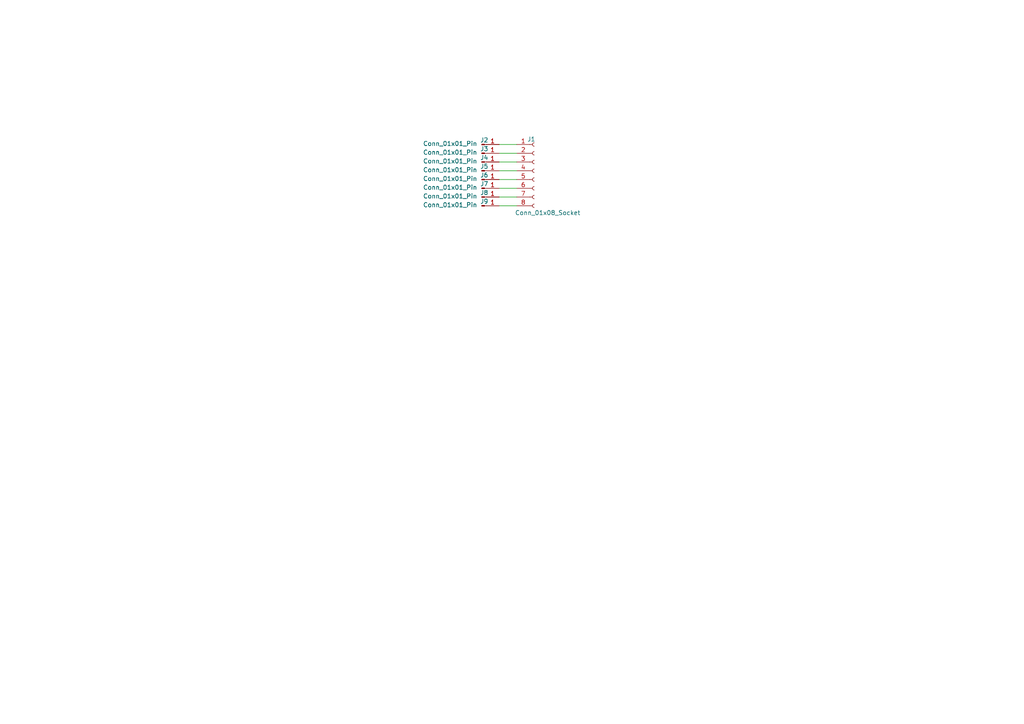
<source format=kicad_sch>
(kicad_sch
	(version 20250114)
	(generator "eeschema")
	(generator_version "9.0")
	(uuid "2ceef1c3-6dfd-44c6-8d2b-ae6498b9aafe")
	(paper "A4")
	(lib_symbols
		(symbol "Connector:Conn_01x01_Pin"
			(pin_names
				(offset 1.016)
				(hide yes)
			)
			(exclude_from_sim no)
			(in_bom yes)
			(on_board yes)
			(property "Reference" "J"
				(at 0 2.54 0)
				(effects
					(font
						(size 1.27 1.27)
					)
				)
			)
			(property "Value" "Conn_01x01_Pin"
				(at 0 -2.54 0)
				(effects
					(font
						(size 1.27 1.27)
					)
				)
			)
			(property "Footprint" ""
				(at 0 0 0)
				(effects
					(font
						(size 1.27 1.27)
					)
					(hide yes)
				)
			)
			(property "Datasheet" "~"
				(at 0 0 0)
				(effects
					(font
						(size 1.27 1.27)
					)
					(hide yes)
				)
			)
			(property "Description" "Generic connector, single row, 01x01, script generated"
				(at 0 0 0)
				(effects
					(font
						(size 1.27 1.27)
					)
					(hide yes)
				)
			)
			(property "ki_locked" ""
				(at 0 0 0)
				(effects
					(font
						(size 1.27 1.27)
					)
				)
			)
			(property "ki_keywords" "connector"
				(at 0 0 0)
				(effects
					(font
						(size 1.27 1.27)
					)
					(hide yes)
				)
			)
			(property "ki_fp_filters" "Connector*:*_1x??_*"
				(at 0 0 0)
				(effects
					(font
						(size 1.27 1.27)
					)
					(hide yes)
				)
			)
			(symbol "Conn_01x01_Pin_1_1"
				(rectangle
					(start 0.8636 0.127)
					(end 0 -0.127)
					(stroke
						(width 0.1524)
						(type default)
					)
					(fill
						(type outline)
					)
				)
				(polyline
					(pts
						(xy 1.27 0) (xy 0.8636 0)
					)
					(stroke
						(width 0.1524)
						(type default)
					)
					(fill
						(type none)
					)
				)
				(pin passive line
					(at 5.08 0 180)
					(length 3.81)
					(name "Pin_1"
						(effects
							(font
								(size 1.27 1.27)
							)
						)
					)
					(number "1"
						(effects
							(font
								(size 1.27 1.27)
							)
						)
					)
				)
			)
			(embedded_fonts no)
		)
		(symbol "Connector:Conn_01x08_Socket"
			(pin_names
				(offset 1.016)
				(hide yes)
			)
			(exclude_from_sim no)
			(in_bom yes)
			(on_board yes)
			(property "Reference" "J"
				(at 0 10.16 0)
				(effects
					(font
						(size 1.27 1.27)
					)
				)
			)
			(property "Value" "Conn_01x08_Socket"
				(at 0 -12.7 0)
				(effects
					(font
						(size 1.27 1.27)
					)
				)
			)
			(property "Footprint" ""
				(at 0 0 0)
				(effects
					(font
						(size 1.27 1.27)
					)
					(hide yes)
				)
			)
			(property "Datasheet" "~"
				(at 0 0 0)
				(effects
					(font
						(size 1.27 1.27)
					)
					(hide yes)
				)
			)
			(property "Description" "Generic connector, single row, 01x08, script generated"
				(at 0 0 0)
				(effects
					(font
						(size 1.27 1.27)
					)
					(hide yes)
				)
			)
			(property "ki_locked" ""
				(at 0 0 0)
				(effects
					(font
						(size 1.27 1.27)
					)
				)
			)
			(property "ki_keywords" "connector"
				(at 0 0 0)
				(effects
					(font
						(size 1.27 1.27)
					)
					(hide yes)
				)
			)
			(property "ki_fp_filters" "Connector*:*_1x??_*"
				(at 0 0 0)
				(effects
					(font
						(size 1.27 1.27)
					)
					(hide yes)
				)
			)
			(symbol "Conn_01x08_Socket_1_1"
				(polyline
					(pts
						(xy -1.27 7.62) (xy -0.508 7.62)
					)
					(stroke
						(width 0.1524)
						(type default)
					)
					(fill
						(type none)
					)
				)
				(polyline
					(pts
						(xy -1.27 5.08) (xy -0.508 5.08)
					)
					(stroke
						(width 0.1524)
						(type default)
					)
					(fill
						(type none)
					)
				)
				(polyline
					(pts
						(xy -1.27 2.54) (xy -0.508 2.54)
					)
					(stroke
						(width 0.1524)
						(type default)
					)
					(fill
						(type none)
					)
				)
				(polyline
					(pts
						(xy -1.27 0) (xy -0.508 0)
					)
					(stroke
						(width 0.1524)
						(type default)
					)
					(fill
						(type none)
					)
				)
				(polyline
					(pts
						(xy -1.27 -2.54) (xy -0.508 -2.54)
					)
					(stroke
						(width 0.1524)
						(type default)
					)
					(fill
						(type none)
					)
				)
				(polyline
					(pts
						(xy -1.27 -5.08) (xy -0.508 -5.08)
					)
					(stroke
						(width 0.1524)
						(type default)
					)
					(fill
						(type none)
					)
				)
				(polyline
					(pts
						(xy -1.27 -7.62) (xy -0.508 -7.62)
					)
					(stroke
						(width 0.1524)
						(type default)
					)
					(fill
						(type none)
					)
				)
				(polyline
					(pts
						(xy -1.27 -10.16) (xy -0.508 -10.16)
					)
					(stroke
						(width 0.1524)
						(type default)
					)
					(fill
						(type none)
					)
				)
				(arc
					(start 0 7.112)
					(mid -0.5058 7.62)
					(end 0 8.128)
					(stroke
						(width 0.1524)
						(type default)
					)
					(fill
						(type none)
					)
				)
				(arc
					(start 0 4.572)
					(mid -0.5058 5.08)
					(end 0 5.588)
					(stroke
						(width 0.1524)
						(type default)
					)
					(fill
						(type none)
					)
				)
				(arc
					(start 0 2.032)
					(mid -0.5058 2.54)
					(end 0 3.048)
					(stroke
						(width 0.1524)
						(type default)
					)
					(fill
						(type none)
					)
				)
				(arc
					(start 0 -0.508)
					(mid -0.5058 0)
					(end 0 0.508)
					(stroke
						(width 0.1524)
						(type default)
					)
					(fill
						(type none)
					)
				)
				(arc
					(start 0 -3.048)
					(mid -0.5058 -2.54)
					(end 0 -2.032)
					(stroke
						(width 0.1524)
						(type default)
					)
					(fill
						(type none)
					)
				)
				(arc
					(start 0 -5.588)
					(mid -0.5058 -5.08)
					(end 0 -4.572)
					(stroke
						(width 0.1524)
						(type default)
					)
					(fill
						(type none)
					)
				)
				(arc
					(start 0 -8.128)
					(mid -0.5058 -7.62)
					(end 0 -7.112)
					(stroke
						(width 0.1524)
						(type default)
					)
					(fill
						(type none)
					)
				)
				(arc
					(start 0 -10.668)
					(mid -0.5058 -10.16)
					(end 0 -9.652)
					(stroke
						(width 0.1524)
						(type default)
					)
					(fill
						(type none)
					)
				)
				(pin passive line
					(at -5.08 7.62 0)
					(length 3.81)
					(name "Pin_1"
						(effects
							(font
								(size 1.27 1.27)
							)
						)
					)
					(number "1"
						(effects
							(font
								(size 1.27 1.27)
							)
						)
					)
				)
				(pin passive line
					(at -5.08 5.08 0)
					(length 3.81)
					(name "Pin_2"
						(effects
							(font
								(size 1.27 1.27)
							)
						)
					)
					(number "2"
						(effects
							(font
								(size 1.27 1.27)
							)
						)
					)
				)
				(pin passive line
					(at -5.08 2.54 0)
					(length 3.81)
					(name "Pin_3"
						(effects
							(font
								(size 1.27 1.27)
							)
						)
					)
					(number "3"
						(effects
							(font
								(size 1.27 1.27)
							)
						)
					)
				)
				(pin passive line
					(at -5.08 0 0)
					(length 3.81)
					(name "Pin_4"
						(effects
							(font
								(size 1.27 1.27)
							)
						)
					)
					(number "4"
						(effects
							(font
								(size 1.27 1.27)
							)
						)
					)
				)
				(pin passive line
					(at -5.08 -2.54 0)
					(length 3.81)
					(name "Pin_5"
						(effects
							(font
								(size 1.27 1.27)
							)
						)
					)
					(number "5"
						(effects
							(font
								(size 1.27 1.27)
							)
						)
					)
				)
				(pin passive line
					(at -5.08 -5.08 0)
					(length 3.81)
					(name "Pin_6"
						(effects
							(font
								(size 1.27 1.27)
							)
						)
					)
					(number "6"
						(effects
							(font
								(size 1.27 1.27)
							)
						)
					)
				)
				(pin passive line
					(at -5.08 -7.62 0)
					(length 3.81)
					(name "Pin_7"
						(effects
							(font
								(size 1.27 1.27)
							)
						)
					)
					(number "7"
						(effects
							(font
								(size 1.27 1.27)
							)
						)
					)
				)
				(pin passive line
					(at -5.08 -10.16 0)
					(length 3.81)
					(name "Pin_8"
						(effects
							(font
								(size 1.27 1.27)
							)
						)
					)
					(number "8"
						(effects
							(font
								(size 1.27 1.27)
							)
						)
					)
				)
			)
			(embedded_fonts no)
		)
	)
	(wire
		(pts
			(xy 144.78 52.07) (xy 149.86 52.07)
		)
		(stroke
			(width 0)
			(type default)
		)
		(uuid "16d08023-0635-4b23-a607-da6d5b1a5096")
	)
	(wire
		(pts
			(xy 144.78 41.91) (xy 149.86 41.91)
		)
		(stroke
			(width 0)
			(type default)
		)
		(uuid "4b713850-e269-4aa3-9d16-3c0e79c8e5ae")
	)
	(wire
		(pts
			(xy 144.78 44.45) (xy 149.86 44.45)
		)
		(stroke
			(width 0)
			(type default)
		)
		(uuid "64a67921-1a58-4a38-a554-cd3f70334f9a")
	)
	(wire
		(pts
			(xy 144.78 54.61) (xy 149.86 54.61)
		)
		(stroke
			(width 0)
			(type default)
		)
		(uuid "85a94ae8-8caf-4751-9d47-9a8d08528466")
	)
	(wire
		(pts
			(xy 144.78 57.15) (xy 149.86 57.15)
		)
		(stroke
			(width 0)
			(type default)
		)
		(uuid "99b45c0d-4b80-4084-8fae-522b96541f73")
	)
	(wire
		(pts
			(xy 144.78 46.99) (xy 149.86 46.99)
		)
		(stroke
			(width 0)
			(type default)
		)
		(uuid "aa46d8aa-ba7b-4497-aec5-7968353b1029")
	)
	(wire
		(pts
			(xy 144.78 49.53) (xy 149.86 49.53)
		)
		(stroke
			(width 0)
			(type default)
		)
		(uuid "c5686086-bdcb-4b25-98a1-361ae8605f73")
	)
	(wire
		(pts
			(xy 144.78 59.69) (xy 149.86 59.69)
		)
		(stroke
			(width 0)
			(type default)
		)
		(uuid "d4a3fa82-1f89-4f6a-be5b-2136fbc8ea58")
	)
	(symbol
		(lib_id "Connector:Conn_01x01_Pin")
		(at 139.7 41.91 0)
		(unit 1)
		(exclude_from_sim no)
		(in_bom yes)
		(on_board yes)
		(dnp no)
		(uuid "27294e54-41eb-4bf7-b3d0-493b9820a809")
		(property "Reference" "J2"
			(at 140.462 40.64 0)
			(effects
				(font
					(size 1.27 1.27)
				)
			)
		)
		(property "Value" "Conn_01x01_Pin"
			(at 130.556 41.656 0)
			(effects
				(font
					(size 1.27 1.27)
				)
			)
		)
		(property "Footprint" "BrailleLibrary:Pump Pin"
			(at 139.7 41.91 0)
			(effects
				(font
					(size 1.27 1.27)
				)
				(hide yes)
			)
		)
		(property "Datasheet" "~"
			(at 139.7 41.91 0)
			(effects
				(font
					(size 1.27 1.27)
				)
				(hide yes)
			)
		)
		(property "Description" "Generic connector, single row, 01x01, script generated"
			(at 139.7 41.91 0)
			(effects
				(font
					(size 1.27 1.27)
				)
				(hide yes)
			)
		)
		(pin "1"
			(uuid "d2a4d182-8f4d-494d-9bec-51d07d0cff3c")
		)
		(instances
			(project ""
				(path "/2ceef1c3-6dfd-44c6-8d2b-ae6498b9aafe"
					(reference "J2")
					(unit 1)
				)
			)
		)
	)
	(symbol
		(lib_id "Connector:Conn_01x01_Pin")
		(at 139.7 57.15 0)
		(unit 1)
		(exclude_from_sim no)
		(in_bom yes)
		(on_board yes)
		(dnp no)
		(uuid "2d77b403-3112-4a7a-9472-7f649c164a3d")
		(property "Reference" "J8"
			(at 140.462 55.88 0)
			(effects
				(font
					(size 1.27 1.27)
				)
			)
		)
		(property "Value" "Conn_01x01_Pin"
			(at 130.556 56.896 0)
			(effects
				(font
					(size 1.27 1.27)
				)
			)
		)
		(property "Footprint" "BrailleLibrary:Pump Pin"
			(at 139.7 57.15 0)
			(effects
				(font
					(size 1.27 1.27)
				)
				(hide yes)
			)
		)
		(property "Datasheet" "~"
			(at 139.7 57.15 0)
			(effects
				(font
					(size 1.27 1.27)
				)
				(hide yes)
			)
		)
		(property "Description" "Generic connector, single row, 01x01, script generated"
			(at 139.7 57.15 0)
			(effects
				(font
					(size 1.27 1.27)
				)
				(hide yes)
			)
		)
		(pin "1"
			(uuid "f091a12b-ecf6-437b-a68f-95bc0fe09269")
		)
		(instances
			(project "BrailleCell"
				(path "/2ceef1c3-6dfd-44c6-8d2b-ae6498b9aafe"
					(reference "J8")
					(unit 1)
				)
			)
		)
	)
	(symbol
		(lib_id "Connector:Conn_01x01_Pin")
		(at 139.7 59.69 0)
		(unit 1)
		(exclude_from_sim no)
		(in_bom yes)
		(on_board yes)
		(dnp no)
		(uuid "2fd02f89-fb79-4cd8-a967-3457af109f25")
		(property "Reference" "J9"
			(at 140.462 58.42 0)
			(effects
				(font
					(size 1.27 1.27)
				)
			)
		)
		(property "Value" "Conn_01x01_Pin"
			(at 130.556 59.436 0)
			(effects
				(font
					(size 1.27 1.27)
				)
			)
		)
		(property "Footprint" "BrailleLibrary:Pump Pin"
			(at 139.7 59.69 0)
			(effects
				(font
					(size 1.27 1.27)
				)
				(hide yes)
			)
		)
		(property "Datasheet" "~"
			(at 139.7 59.69 0)
			(effects
				(font
					(size 1.27 1.27)
				)
				(hide yes)
			)
		)
		(property "Description" "Generic connector, single row, 01x01, script generated"
			(at 139.7 59.69 0)
			(effects
				(font
					(size 1.27 1.27)
				)
				(hide yes)
			)
		)
		(pin "1"
			(uuid "22342c7d-3aa5-45d8-9e65-321f3e7c8129")
		)
		(instances
			(project "BrailleCell"
				(path "/2ceef1c3-6dfd-44c6-8d2b-ae6498b9aafe"
					(reference "J9")
					(unit 1)
				)
			)
		)
	)
	(symbol
		(lib_id "Connector:Conn_01x01_Pin")
		(at 139.7 46.99 0)
		(unit 1)
		(exclude_from_sim no)
		(in_bom yes)
		(on_board yes)
		(dnp no)
		(uuid "3f450b4d-db00-41b9-87f6-8ce74e22d064")
		(property "Reference" "J4"
			(at 140.462 45.72 0)
			(effects
				(font
					(size 1.27 1.27)
				)
			)
		)
		(property "Value" "Conn_01x01_Pin"
			(at 130.556 46.736 0)
			(effects
				(font
					(size 1.27 1.27)
				)
			)
		)
		(property "Footprint" "BrailleLibrary:Pump Pin"
			(at 139.7 46.99 0)
			(effects
				(font
					(size 1.27 1.27)
				)
				(hide yes)
			)
		)
		(property "Datasheet" "~"
			(at 139.7 46.99 0)
			(effects
				(font
					(size 1.27 1.27)
				)
				(hide yes)
			)
		)
		(property "Description" "Generic connector, single row, 01x01, script generated"
			(at 139.7 46.99 0)
			(effects
				(font
					(size 1.27 1.27)
				)
				(hide yes)
			)
		)
		(pin "1"
			(uuid "d5a2f001-c7af-4c09-82f0-12cd8015823f")
		)
		(instances
			(project "BrailleCell"
				(path "/2ceef1c3-6dfd-44c6-8d2b-ae6498b9aafe"
					(reference "J4")
					(unit 1)
				)
			)
		)
	)
	(symbol
		(lib_id "Connector:Conn_01x01_Pin")
		(at 139.7 54.61 0)
		(unit 1)
		(exclude_from_sim no)
		(in_bom yes)
		(on_board yes)
		(dnp no)
		(uuid "5b800033-8e74-492b-9146-0a30c903d8ac")
		(property "Reference" "J7"
			(at 140.462 53.34 0)
			(effects
				(font
					(size 1.27 1.27)
				)
			)
		)
		(property "Value" "Conn_01x01_Pin"
			(at 130.556 54.356 0)
			(effects
				(font
					(size 1.27 1.27)
				)
			)
		)
		(property "Footprint" "BrailleLibrary:Pump Pin"
			(at 139.7 54.61 0)
			(effects
				(font
					(size 1.27 1.27)
				)
				(hide yes)
			)
		)
		(property "Datasheet" "~"
			(at 139.7 54.61 0)
			(effects
				(font
					(size 1.27 1.27)
				)
				(hide yes)
			)
		)
		(property "Description" "Generic connector, single row, 01x01, script generated"
			(at 139.7 54.61 0)
			(effects
				(font
					(size 1.27 1.27)
				)
				(hide yes)
			)
		)
		(pin "1"
			(uuid "883a8567-f5a9-4238-a345-d686652d097e")
		)
		(instances
			(project "BrailleCell"
				(path "/2ceef1c3-6dfd-44c6-8d2b-ae6498b9aafe"
					(reference "J7")
					(unit 1)
				)
			)
		)
	)
	(symbol
		(lib_id "Connector:Conn_01x08_Socket")
		(at 154.94 49.53 0)
		(unit 1)
		(exclude_from_sim no)
		(in_bom yes)
		(on_board yes)
		(dnp no)
		(uuid "b04e8bba-7e06-4ca1-8306-58d543c4dd51")
		(property "Reference" "J1"
			(at 152.908 40.386 0)
			(effects
				(font
					(size 1.27 1.27)
				)
				(justify left)
			)
		)
		(property "Value" "Conn_01x08_Socket"
			(at 149.352 61.722 0)
			(effects
				(font
					(size 1.27 1.27)
				)
				(justify left)
			)
		)
		(property "Footprint" "BrailleLibrary:FPC Connecotr"
			(at 154.94 49.53 0)
			(effects
				(font
					(size 1.27 1.27)
				)
				(hide yes)
			)
		)
		(property "Datasheet" "~"
			(at 154.94 49.53 0)
			(effects
				(font
					(size 1.27 1.27)
				)
				(hide yes)
			)
		)
		(property "Description" "Generic connector, single row, 01x08, script generated"
			(at 154.94 49.53 0)
			(effects
				(font
					(size 1.27 1.27)
				)
				(hide yes)
			)
		)
		(pin "1"
			(uuid "313bbafa-8c48-4c37-8c43-76a8858b2b71")
		)
		(pin "2"
			(uuid "6062f37d-1b6a-4359-a8d1-586515f1a76a")
		)
		(pin "4"
			(uuid "ae7a36b5-a347-43a2-815e-fc842f5382fc")
		)
		(pin "5"
			(uuid "de215003-f54a-4c84-8426-a8500ccebbf5")
		)
		(pin "3"
			(uuid "d50738a8-565e-4f8a-bae1-5bf74be6bece")
		)
		(pin "6"
			(uuid "6d68177e-0845-4ab5-b497-58950a58a3c5")
		)
		(pin "7"
			(uuid "9e9287e7-2708-4e28-8016-e5a564f3cf97")
		)
		(pin "8"
			(uuid "b47af06a-0c18-44c1-8db5-79ca41d4fe67")
		)
		(instances
			(project ""
				(path "/2ceef1c3-6dfd-44c6-8d2b-ae6498b9aafe"
					(reference "J1")
					(unit 1)
				)
			)
		)
	)
	(symbol
		(lib_id "Connector:Conn_01x01_Pin")
		(at 139.7 52.07 0)
		(unit 1)
		(exclude_from_sim no)
		(in_bom yes)
		(on_board yes)
		(dnp no)
		(uuid "bd6395db-e61d-4b58-ae45-9be83959481f")
		(property "Reference" "J6"
			(at 140.462 50.8 0)
			(effects
				(font
					(size 1.27 1.27)
				)
			)
		)
		(property "Value" "Conn_01x01_Pin"
			(at 130.556 51.816 0)
			(effects
				(font
					(size 1.27 1.27)
				)
			)
		)
		(property "Footprint" "BrailleLibrary:Pump Pin"
			(at 139.7 52.07 0)
			(effects
				(font
					(size 1.27 1.27)
				)
				(hide yes)
			)
		)
		(property "Datasheet" "~"
			(at 139.7 52.07 0)
			(effects
				(font
					(size 1.27 1.27)
				)
				(hide yes)
			)
		)
		(property "Description" "Generic connector, single row, 01x01, script generated"
			(at 139.7 52.07 0)
			(effects
				(font
					(size 1.27 1.27)
				)
				(hide yes)
			)
		)
		(pin "1"
			(uuid "cb3a3140-8f3e-4677-8bff-38f3b1dfb660")
		)
		(instances
			(project "BrailleCell"
				(path "/2ceef1c3-6dfd-44c6-8d2b-ae6498b9aafe"
					(reference "J6")
					(unit 1)
				)
			)
		)
	)
	(symbol
		(lib_id "Connector:Conn_01x01_Pin")
		(at 139.7 44.45 0)
		(unit 1)
		(exclude_from_sim no)
		(in_bom yes)
		(on_board yes)
		(dnp no)
		(uuid "d0c6137e-6760-4ccb-8948-f34688838352")
		(property "Reference" "J3"
			(at 140.462 43.18 0)
			(effects
				(font
					(size 1.27 1.27)
				)
			)
		)
		(property "Value" "Conn_01x01_Pin"
			(at 130.556 44.196 0)
			(effects
				(font
					(size 1.27 1.27)
				)
			)
		)
		(property "Footprint" "BrailleLibrary:Pump Pin"
			(at 139.7 44.45 0)
			(effects
				(font
					(size 1.27 1.27)
				)
				(hide yes)
			)
		)
		(property "Datasheet" "~"
			(at 139.7 44.45 0)
			(effects
				(font
					(size 1.27 1.27)
				)
				(hide yes)
			)
		)
		(property "Description" "Generic connector, single row, 01x01, script generated"
			(at 139.7 44.45 0)
			(effects
				(font
					(size 1.27 1.27)
				)
				(hide yes)
			)
		)
		(pin "1"
			(uuid "979085bf-6402-4b0f-9530-f434639b1f86")
		)
		(instances
			(project "BrailleCell"
				(path "/2ceef1c3-6dfd-44c6-8d2b-ae6498b9aafe"
					(reference "J3")
					(unit 1)
				)
			)
		)
	)
	(symbol
		(lib_id "Connector:Conn_01x01_Pin")
		(at 139.7 49.53 0)
		(unit 1)
		(exclude_from_sim no)
		(in_bom yes)
		(on_board yes)
		(dnp no)
		(uuid "fb0d5a07-d770-45a1-a9fa-66e72f0441f4")
		(property "Reference" "J5"
			(at 140.462 48.26 0)
			(effects
				(font
					(size 1.27 1.27)
				)
			)
		)
		(property "Value" "Conn_01x01_Pin"
			(at 130.556 49.276 0)
			(effects
				(font
					(size 1.27 1.27)
				)
			)
		)
		(property "Footprint" "BrailleLibrary:Pump Pin"
			(at 139.7 49.53 0)
			(effects
				(font
					(size 1.27 1.27)
				)
				(hide yes)
			)
		)
		(property "Datasheet" "~"
			(at 139.7 49.53 0)
			(effects
				(font
					(size 1.27 1.27)
				)
				(hide yes)
			)
		)
		(property "Description" "Generic connector, single row, 01x01, script generated"
			(at 139.7 49.53 0)
			(effects
				(font
					(size 1.27 1.27)
				)
				(hide yes)
			)
		)
		(pin "1"
			(uuid "5ef4ad03-60f8-4e8a-8577-46fb81582511")
		)
		(instances
			(project "BrailleCell"
				(path "/2ceef1c3-6dfd-44c6-8d2b-ae6498b9aafe"
					(reference "J5")
					(unit 1)
				)
			)
		)
	)
	(sheet_instances
		(path "/"
			(page "1")
		)
	)
	(embedded_fonts no)
)

</source>
